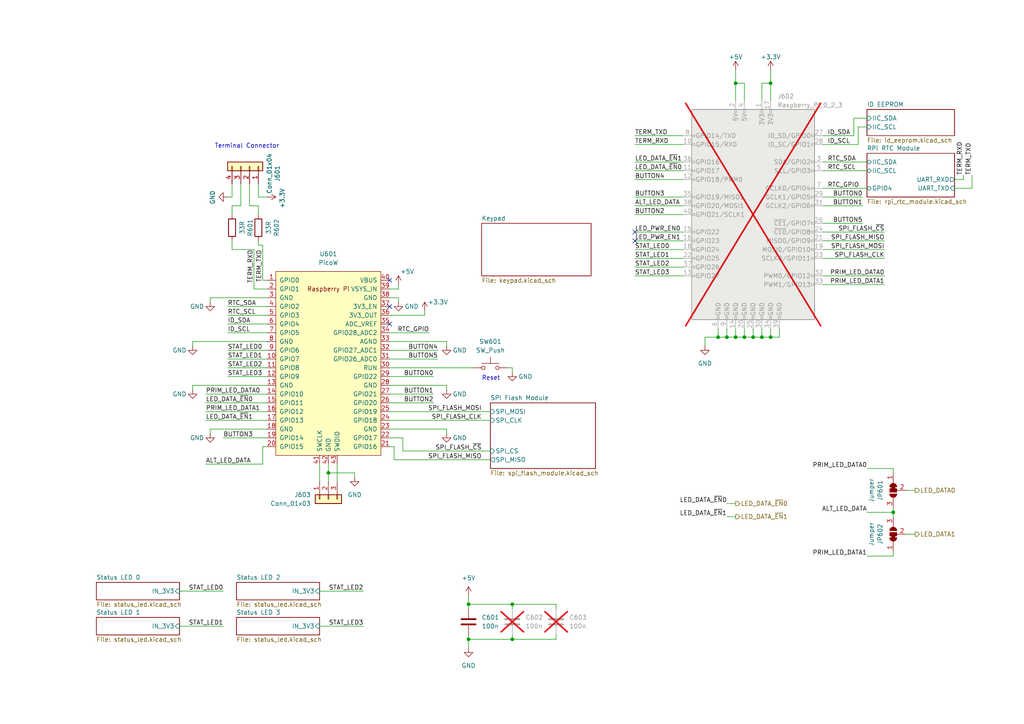
<source format=kicad_sch>
(kicad_sch (version 20230121) (generator eeschema)
  (paper "A4")
  (title_block (title "WS2812 Simple Controller") (date "2023-03-09") (company "Stefan Misik") (comment 1 "CPU "))
  (lib_symbols
    (symbol "Connector_Generic:Conn_01x03" (pin_names (offset 1.016) hide)
      (property "Reference" "J" (at 0 5.08 0))
      (property "Value" "Conn_01x03" (at 0 -5.08 0))
      (symbol "Conn_01x03_1_1"
        (rectangle (start -1.27 -2.413) (end 0 -2.667) (stroke (width 0.1524)))
        (rectangle (start -1.27 0.127) (end 0 -0.127) (stroke (width 0.1524)))
        (rectangle (start -1.27 2.667) (end 0 2.413) (stroke (width 0.1524)))
        (rectangle (start -1.27 3.81) (end 1.27 -3.81) (stroke (width 0.254)) (fill (type background)))
        (pin passive line (at -5.08 2.54 0) (length 3.81) (name "Pin_1") (number "1"))
        (pin passive line (at -5.08 0 0) (length 3.81) (name "Pin_2") (number "2"))
        (pin passive line (at -5.08 -2.54 0) (length 3.81) (name "Pin_3") (number "3"))
      )
    )
    (symbol "Connector_Generic:Conn_01x04" (pin_names (offset 1.016) hide)
      (property "Reference" "J" (at 0 5.08 0))
      (property "Value" "Conn_01x04" (at 0 -7.62 0))
      (symbol "Conn_01x04_1_1"
        (rectangle (start -1.27 -4.953) (end 0 -5.207) (stroke (width 0.1524)))
        (rectangle (start -1.27 -2.413) (end 0 -2.667) (stroke (width 0.1524)))
        (rectangle (start -1.27 0.127) (end 0 -0.127) (stroke (width 0.1524)))
        (rectangle (start -1.27 2.667) (end 0 2.413) (stroke (width 0.1524)))
        (rectangle (start -1.27 3.81) (end 1.27 -6.35) (stroke (width 0.254)) (fill (type background)))
        (pin passive line (at -5.08 2.54 0) (length 3.81) (name "Pin_1") (number "1"))
        (pin passive line (at -5.08 0 0) (length 3.81) (name "Pin_2") (number "2"))
        (pin passive line (at -5.08 -2.54 0) (length 3.81) (name "Pin_3") (number "3"))
        (pin passive line (at -5.08 -5.08 0) (length 3.81) (name "Pin_4") (number "4"))
      )
    )
    (symbol "Device:C" (pin_numbers hide) (pin_names (offset 0.254))
      (property "Reference" "C" (at 0.635 2.54 0))
      (property "Value" "C" (at 0.635 -2.54 0))
      (symbol "C_0_1"
        (polyline (pts (xy -2.032 -0.762) (xy 2.032 -0.762)) (stroke (width 0.508)))
        (polyline (pts (xy -2.032 0.762) (xy 2.032 0.762)) (stroke (width 0.508)))
      )
      (symbol "C_1_1"
        (pin passive line (at 0 3.81 270) (length 2.794) (name "~") (number "1"))
        (pin passive line (at 0 -3.81 90) (length 2.794) (name "~") (number "2"))
      )
    )
    (symbol "Device:R" (pin_numbers hide) (pin_names (offset 0))
      (property "Reference" "R" (at 2.032 0 90))
      (property "Value" "R" (at 0 0 90))
      (symbol "R_0_1"
        (rectangle (start -1.016 -2.54) (end 1.016 2.54) (stroke (width 0.254)))
      )
      (symbol "R_1_1"
        (pin passive line (at 0 3.81 270) (length 1.27) (name "~") (number "1"))
        (pin passive line (at 0 -3.81 90) (length 1.27) (name "~") (number "2"))
      )
    )
    (symbol "Jumper:SolderJumper_3_Bridged12" (pin_names (offset 0) hide)
      (property "Reference" "JP" (at -2.54 -2.54 0))
      (property "Value" "SolderJumper_3_Bridged12" (at 0 2.794 0))
      (symbol "SolderJumper_3_Bridged12_0_1"
        (rectangle (start -1.016 0.508) (end -0.508 -0.508) (fill (type outline)))
        (arc (start -1.016 1.016) (mid -2.0276 0) (end -1.016 -1.016))
        (arc (start -1.016 1.016) (mid -2.0276 0) (end -1.016 -1.016) (fill (type outline)))
        (rectangle (start -0.508 1.016) (end 0.508 -1.016) (fill (type outline)))
        (polyline (pts (xy -2.54 0) (xy -2.032 0)))
        (polyline (pts (xy -1.016 1.016) (xy -1.016 -1.016)))
        (polyline (pts (xy 0 -1.27) (xy 0 -1.016)))
        (polyline (pts (xy 1.016 1.016) (xy 1.016 -1.016)))
        (polyline (pts (xy 2.54 0) (xy 2.032 0)))
        (arc (start 1.016 -1.016) (mid 2.0276 0) (end 1.016 1.016))
        (arc (start 1.016 -1.016) (mid 2.0276 0) (end 1.016 1.016) (fill (type outline)))
      )
      (symbol "SolderJumper_3_Bridged12_1_1"
        (pin passive line (at -5.08 0 0) (length 2.54) (name "A") (number "1"))
        (pin passive line (at 0 -3.81 90) (length 2.54) (name "C") (number "2"))
        (pin passive line (at 5.08 0 180) (length 2.54) (name "B") (number "3"))
      )
    )
    (symbol "Switch:SW_Push" (pin_numbers hide) (pin_names (offset 1.016) hide)
      (property "Reference" "SW" (at 1.27 2.54 0))
      (property "Value" "SW_Push" (at 0 -1.524 0))
      (symbol "SW_Push_0_1"
        (circle (center -2.032 0) (radius 0.508))
        (polyline (pts (xy 0 1.27) (xy 0 3.048)))
        (polyline (pts (xy 2.54 1.27) (xy -2.54 1.27)))
        (circle (center 2.032 0) (radius 0.508))
        (pin passive line (at -5.08 0 0) (length 2.54) (name "1") (number "1"))
        (pin passive line (at 5.08 0 180) (length 2.54) (name "2") (number "2"))
      )
    )
    (symbol "my:Raspberry_Pi_0_2_3" (pin_names (offset 1.016))
      (property "Reference" "J" (at -17.78 31.75 0))
      (property "Value" "Raspberry_Pi_0_2_3" (at 10.16 -31.75 0))
      (symbol "Raspberry_Pi_0_2_3_0_1"
        (rectangle (start -17.78 30.48) (end 17.78 -30.48) (stroke (width 0.254)) (fill (type background)))
      )
      (symbol "Raspberry_Pi_0_2_3_1_1"
        (rectangle (start -16.891 -17.526) (end -17.78 -18.034))
        (rectangle (start -16.891 -14.986) (end -17.78 -15.494))
        (rectangle (start -16.891 -12.446) (end -17.78 -12.954))
        (rectangle (start -16.891 -9.906) (end -17.78 -10.414))
        (rectangle (start -16.891 -7.366) (end -17.78 -7.874))
        (rectangle (start -16.891 -4.826) (end -17.78 -5.334))
        (rectangle (start -16.891 0.254) (end -17.78 -0.254))
        (rectangle (start -16.891 2.794) (end -17.78 2.286))
        (rectangle (start -16.891 5.334) (end -17.78 4.826))
        (rectangle (start -16.891 10.414) (end -17.78 9.906))
        (rectangle (start -16.891 12.954) (end -17.78 12.446))
        (rectangle (start -16.891 15.494) (end -17.78 14.986))
        (rectangle (start -16.891 20.574) (end -17.78 20.066))
        (rectangle (start -16.891 23.114) (end -17.78 22.606))
        (rectangle (start -10.414 -29.591) (end -9.906 -30.48))
        (rectangle (start -7.874 -29.591) (end -7.366 -30.48))
        (rectangle (start -5.334 -29.591) (end -4.826 -30.48))
        (rectangle (start -5.334 30.48) (end -4.826 29.591))
        (rectangle (start -2.794 -29.591) (end -2.286 -30.48))
        (rectangle (start -2.794 30.48) (end -2.286 29.591))
        (rectangle (start -0.254 -29.591) (end 0.254 -30.48))
        (rectangle (start 2.286 -29.591) (end 2.794 -30.48))
        (rectangle (start 2.286 30.48) (end 2.794 29.591))
        (rectangle (start 4.826 -29.591) (end 5.334 -30.48))
        (rectangle (start 4.826 30.48) (end 5.334 29.591))
        (rectangle (start 7.366 -29.591) (end 7.874 -30.48))
        (rectangle (start 17.78 -20.066) (end 16.891 -20.574))
        (rectangle (start 17.78 -17.526) (end 16.891 -18.034))
        (rectangle (start 17.78 -12.446) (end 16.891 -12.954))
        (rectangle (start 17.78 -9.906) (end 16.891 -10.414))
        (rectangle (start 17.78 -7.366) (end 16.891 -7.874))
        (rectangle (start 17.78 -4.826) (end 16.891 -5.334))
        (rectangle (start 17.78 -2.286) (end 16.891 -2.794))
        (rectangle (start 17.78 2.794) (end 16.891 2.286))
        (rectangle (start 17.78 5.334) (end 16.891 4.826))
        (rectangle (start 17.78 7.874) (end 16.891 7.366))
        (rectangle (start 17.78 12.954) (end 16.891 12.446))
        (rectangle (start 17.78 15.494) (end 16.891 14.986))
        (rectangle (start 17.78 20.574) (end 16.891 20.066))
        (rectangle (start 17.78 23.114) (end 16.891 22.606))
        (pin power_in line (at 2.54 33.02 270) (length 2.54) (name "3V3") (number "1"))
        (pin bidirectional line (at -20.32 20.32 0) (length 2.54) (name "GPIO15/RXD") (number "10"))
        (pin bidirectional line (at -20.32 12.7 0) (length 2.54) (name "GPIO17") (number "11"))
        (pin bidirectional line (at -20.32 10.16 0) (length 2.54) (name "GPIO18/PWM0") (number "12"))
        (pin bidirectional line (at -20.32 -17.78 0) (length 2.54) (name "GPIO27") (number "13"))
        (pin power_in line (at -5.08 -33.02 90) (length 2.54) (name "GND") (number "14"))
        (pin bidirectional line (at -20.32 -5.08 0) (length 2.54) (name "GPIO22") (number "15"))
        (pin bidirectional line (at -20.32 -7.62 0) (length 2.54) (name "GPIO23") (number "16"))
        (pin power_in line (at 5.08 33.02 270) (length 2.54) (name "3V3") (number "17"))
        (pin bidirectional line (at -20.32 -10.16 0) (length 2.54) (name "GPIO24") (number "18"))
        (pin bidirectional line (at 20.32 -10.16 180) (length 2.54) (name "MOSI0/GPIO10") (number "19"))
        (pin power_in line (at -5.08 33.02 270) (length 2.54) (name "5V") (number "2"))
        (pin power_in line (at -2.54 -33.02 90) (length 2.54) (name "GND") (number "20"))
        (pin bidirectional line (at 20.32 -7.62 180) (length 2.54) (name "MISO0/GPIO9") (number "21"))
        (pin bidirectional line (at -20.32 -12.7 0) (length 2.54) (name "GPIO25") (number "22"))
        (pin bidirectional line (at 20.32 -12.7 180) (length 2.54) (name "SCLK0/GPIO11") (number "23"))
        (pin bidirectional line (at 20.32 -5.08 180) (length 2.54) (name "~{CE0}/GPIO8") (number "24"))
        (pin power_in line (at 0 -33.02 90) (length 2.54) (name "GND") (number "25"))
        (pin bidirectional line (at 20.32 -2.54 180) (length 2.54) (name "~{CE1}/GPIO7") (number "26"))
        (pin bidirectional line (at 20.32 22.86 180) (length 2.54) (name "ID_SD/GPIO0") (number "27"))
        (pin bidirectional line (at 20.32 20.32 180) (length 2.54) (name "ID_SC/GPIO1") (number "28"))
        (pin bidirectional line (at 20.32 5.08 180) (length 2.54) (name "GCLK1/GPIO5") (number "29"))
        (pin bidirectional line (at 20.32 15.24 180) (length 2.54) (name "SDA/GPIO2") (number "3"))
        (pin power_in line (at 2.54 -33.02 90) (length 2.54) (name "GND") (number "30"))
        (pin bidirectional line (at 20.32 2.54 180) (length 2.54) (name "GCLK2/GPIO6") (number "31"))
        (pin bidirectional line (at 20.32 -17.78 180) (length 2.54) (name "PWM0/GPIO12") (number "32"))
        (pin bidirectional line (at 20.32 -20.32 180) (length 2.54) (name "PWM1/GPIO13") (number "33"))
        (pin power_in line (at 5.08 -33.02 90) (length 2.54) (name "GND") (number "34"))
        (pin bidirectional line (at -20.32 5.08 0) (length 2.54) (name "GPIO19/MISO1") (number "35"))
        (pin bidirectional line (at -20.32 15.24 0) (length 2.54) (name "GPIO16") (number "36"))
        (pin bidirectional line (at -20.32 -15.24 0) (length 2.54) (name "GPIO26") (number "37"))
        (pin bidirectional line (at -20.32 2.54 0) (length 2.54) (name "GPIO20/MOSI1") (number "38"))
        (pin power_in line (at 7.62 -33.02 90) (length 2.54) (name "GND") (number "39"))
        (pin power_in line (at -2.54 33.02 270) (length 2.54) (name "5V") (number "4"))
        (pin bidirectional line (at -20.32 0 0) (length 2.54) (name "GPIO21/SCLK1") (number "40"))
        (pin bidirectional line (at 20.32 12.7 180) (length 2.54) (name "SCL/GPIO3") (number "5"))
        (pin power_in line (at -10.16 -33.02 90) (length 2.54) (name "GND") (number "6"))
        (pin bidirectional line (at 20.32 7.62 180) (length 2.54) (name "GCLK0/GPIO4") (number "7"))
        (pin bidirectional line (at -20.32 22.86 0) (length 2.54) (name "GPIO14/TXD") (number "8"))
        (pin power_in line (at -7.62 -33.02 90) (length 2.54) (name "GND") (number "9"))
      )
    )
    (symbol "power:+3.3V" (power) (pin_names (offset 0))
      (property "Value" "+3.3V" (at 0 3.556 0))
      (symbol "+3.3V_0_1"
        (polyline (pts (xy -0.762 1.27) (xy 0 2.54)))
        (polyline (pts (xy 0 0) (xy 0 2.54)))
        (polyline (pts (xy 0 2.54) (xy 0.762 1.27)))
      )
      (symbol "+3.3V_1_1"
        (pin power_in line (at 0 0 90) (length 0) hide (name "+3.3V") (number "1"))
      )
    )
    (symbol "power:+5V" (power) (pin_names (offset 0))
      (property "Value" "+5V" (at 0 3.556 0))
      (symbol "+5V_0_1"
        (polyline (pts (xy -0.762 1.27) (xy 0 2.54)))
        (polyline (pts (xy 0 0) (xy 0 2.54)))
        (polyline (pts (xy 0 2.54) (xy 0.762 1.27)))
      )
      (symbol "+5V_1_1"
        (pin power_in line (at 0 0 90) (length 0) hide (name "+5V") (number "1"))
      )
    )
    (symbol "power:GND" (power) (pin_names (offset 0))
      (property "Value" "GND" (at 0 -3.81 0))
      (symbol "GND_0_1"
        (polyline (pts (xy 0 0) (xy 0 -1.27) (xy 1.27 -1.27) (xy 0 -2.54) (xy -1.27 -1.27) (xy 0 -1.27)))
      )
      (symbol "GND_1_1"
        (pin power_in line (at 0 0 270) (length 0) hide (name "GND") (number "1"))
      )
    )
    (symbol "rp-pico:PicoW" (pin_names (offset 1.016))
      (property "Reference" "U" (at -13.97 27.94 0))
      (property "Value" "PicoW" (at 0 19.05 0))
      (symbol "PicoW_0_0"
        (text "Raspberry Pi" (at 0 21.59 0) (effects (font (size 1.27 1.27))))
      )
      (symbol "PicoW_0_1"
        (rectangle (start -15.24 26.67) (end 15.24 -26.67) (fill (type background)))
      )
      (symbol "PicoW_1_1"
        (pin bidirectional line (at -17.78 24.13 0) (length 2.54) (name "GPIO0") (number "1"))
        (pin bidirectional line (at -17.78 1.27 0) (length 2.54) (name "GPIO7") (number "10"))
        (pin bidirectional line (at -17.78 -1.27 0) (length 2.54) (name "GPIO8") (number "11"))
        (pin bidirectional line (at -17.78 -3.81 0) (length 2.54) (name "GPIO9") (number "12"))
        (pin power_in line (at -17.78 -6.35 0) (length 2.54) (name "GND") (number "13"))
        (pin bidirectional line (at -17.78 -8.89 0) (length 2.54) (name "GPIO10") (number "14"))
        (pin bidirectional line (at -17.78 -11.43 0) (length 2.54) (name "GPIO11") (number "15"))
        (pin bidirectional line (at -17.78 -13.97 0) (length 2.54) (name "GPIO12") (number "16"))
        (pin bidirectional line (at -17.78 -16.51 0) (length 2.54) (name "GPIO13") (number "17"))
        (pin power_in line (at -17.78 -19.05 0) (length 2.54) (name "GND") (number "18"))
        (pin bidirectional line (at -17.78 -21.59 0) (length 2.54) (name "GPIO14") (number "19"))
        (pin bidirectional line (at -17.78 21.59 0) (length 2.54) (name "GPIO1") (number "2"))
        (pin bidirectional line (at -17.78 -24.13 0) (length 2.54) (name "GPIO15") (number "20"))
        (pin bidirectional line (at 17.78 -24.13 180) (length 2.54) (name "GPIO16") (number "21"))
        (pin bidirectional line (at 17.78 -21.59 180) (length 2.54) (name "GPIO17") (number "22"))
        (pin power_in line (at 17.78 -19.05 180) (length 2.54) (name "GND") (number "23"))
        (pin bidirectional line (at 17.78 -16.51 180) (length 2.54) (name "GPIO18") (number "24"))
        (pin bidirectional line (at 17.78 -13.97 180) (length 2.54) (name "GPIO19") (number "25"))
        (pin bidirectional line (at 17.78 -11.43 180) (length 2.54) (name "GPIO20") (number "26"))
        (pin bidirectional line (at 17.78 -8.89 180) (length 2.54) (name "GPIO21") (number "27"))
        (pin power_in line (at 17.78 -6.35 180) (length 2.54) (name "GND") (number "28"))
        (pin bidirectional line (at 17.78 -3.81 180) (length 2.54) (name "GPIO22") (number "29"))
        (pin power_in line (at -17.78 19.05 0) (length 2.54) (name "GND") (number "3"))
        (pin input line (at 17.78 -1.27 180) (length 2.54) (name "RUN") (number "30"))
        (pin bidirectional line (at 17.78 1.27 180) (length 2.54) (name "GPIO26_ADC0") (number "31"))
        (pin bidirectional line (at 17.78 3.81 180) (length 2.54) (name "GPIO27_ADC1") (number "32"))
        (pin power_in line (at 17.78 6.35 180) (length 2.54) (name "AGND") (number "33"))
        (pin bidirectional line (at 17.78 8.89 180) (length 2.54) (name "GPIO28_ADC2") (number "34"))
        (pin unspecified line (at 17.78 11.43 180) (length 2.54) (name "ADC_VREF") (number "35"))
        (pin unspecified line (at 17.78 13.97 180) (length 2.54) (name "3V3") (number "36") (alternate "3V3_OUT" power_out line))
        (pin input line (at 17.78 16.51 180) (length 2.54) (name "3V3_EN") (number "37"))
        (pin bidirectional line (at 17.78 19.05 180) (length 2.54) (name "GND") (number "38"))
        (pin unspecified line (at 17.78 21.59 180) (length 2.54) (name "VSYS") (number "39") (alternate "VSYS_IN" power_in line))
        (pin bidirectional line (at -17.78 16.51 0) (length 2.54) (name "GPIO2") (number "4"))
        (pin unspecified line (at 17.78 24.13 180) (length 2.54) (name "VBUS") (number "40"))
        (pin input line (at -2.54 -29.21 90) (length 2.54) (name "SWCLK") (number "41"))
        (pin power_in line (at 0 -29.21 90) (length 2.54) (name "GND") (number "42"))
        (pin bidirectional line (at 2.54 -29.21 90) (length 2.54) (name "SWDIO") (number "43"))
        (pin bidirectional line (at -17.78 13.97 0) (length 2.54) (name "GPIO3") (number "5"))
        (pin bidirectional line (at -17.78 11.43 0) (length 2.54) (name "GPIO4") (number "6"))
        (pin bidirectional line (at -17.78 8.89 0) (length 2.54) (name "GPIO5") (number "7"))
        (pin power_in line (at -17.78 6.35 0) (length 2.54) (name "GND") (number "8"))
        (pin bidirectional line (at -17.78 3.81 0) (length 2.54) (name "GPIO6") (number "9"))
      )
    )
  )
  (junction (at 135.89 175.26))
  (junction (at 220.98 97.79))
  (junction (at 213.36 24.13))
  (junction (at 218.44 97.79))
  (junction (at 208.28 97.79))
  (junction (at 213.36 97.79))
  (junction (at 215.9 97.79))
  (junction (at 259.08 148.59))
  (junction (at 135.89 185.42))
  (junction (at 223.52 97.79))
  (junction (at 223.52 24.13))
  (junction (at 148.59 185.42))
  (junction (at 148.59 175.26))
  (junction (at 95.25 137.16))
  (junction (at 210.82 97.79))
  (no_connect (at 113.03 93.98))
  (no_connect (at 113.03 88.9))
  (no_connect (at 113.03 81.28))
  (no_connect (at 184.15 69.85))
  (no_connect (at 184.15 67.31))
  (wire (pts (xy 113.03 121.92) (xy 142.24 121.92)))
  (wire (pts (xy 147.32 106.68) (xy 148.59 106.68)))
  (wire (pts (xy 208.28 95.25) (xy 208.28 97.79)))
  (wire (pts (xy 220.98 97.79) (xy 223.52 97.79)))
  (wire (pts (xy 210.82 149.86) (xy 213.36 149.86)))
  (wire (pts (xy 279.4 50.8) (xy 279.4 52.07)))
  (wire (pts (xy 161.29 185.42) (xy 161.29 184.15)))
  (wire (pts (xy 72.39 53.34) (xy 72.39 59.69)))
  (wire (pts (xy 135.89 184.15) (xy 135.89 185.42)))
  (wire (pts (xy 66.04 96.52) (xy 77.47 96.52)))
  (wire (pts (xy 223.52 20.32) (xy 223.52 24.13)))
  (wire (pts (xy 113.03 99.06) (xy 129.54 99.06)))
  (wire (pts (xy 184.15 41.91) (xy 198.12 41.91)))
  (wire (pts (xy 60.96 87.63) (xy 60.96 86.36)))
  (wire (pts (xy 102.87 137.16) (xy 102.87 138.43)))
  (wire (pts (xy 215.9 95.25) (xy 215.9 97.79)))
  (wire (pts (xy 226.06 97.79) (xy 226.06 95.25)))
  (wire (pts (xy 198.12 62.23) (xy 184.15 62.23)))
  (wire (pts (xy 52.07 171.45) (xy 64.77 171.45)))
  (wire (pts (xy 281.94 54.61) (xy 276.86 54.61)))
  (wire (pts (xy 262.89 142.24) (xy 265.43 142.24)))
  (wire (pts (xy 77.47 91.44) (xy 66.04 91.44)))
  (wire (pts (xy 74.93 71.12) (xy 74.93 69.85)))
  (wire (pts (xy 55.88 99.06) (xy 77.47 99.06)))
  (wire (pts (xy 184.15 74.93) (xy 198.12 74.93)))
  (wire (pts (xy 135.89 185.42) (xy 148.59 185.42)))
  (wire (pts (xy 74.93 59.69) (xy 74.93 62.23)))
  (wire (pts (xy 238.76 46.99) (xy 251.46 46.99)))
  (wire (pts (xy 135.89 185.42) (xy 135.89 187.96)))
  (wire (pts (xy 113.03 104.14) (xy 127 104.14)))
  (wire (pts (xy 92.71 181.61) (xy 105.41 181.61)))
  (wire (pts (xy 115.57 86.36) (xy 113.03 86.36)))
  (wire (pts (xy 148.59 175.26) (xy 148.59 176.53)))
  (wire (pts (xy 59.69 114.3) (xy 77.47 114.3)))
  (wire (pts (xy 67.31 72.39) (xy 67.31 69.85)))
  (wire (pts (xy 73.66 83.82) (xy 77.47 83.82)))
  (wire (pts (xy 148.59 106.68) (xy 148.59 107.95)))
  (wire (pts (xy 247.65 34.29) (xy 247.65 39.37)))
  (wire (pts (xy 77.47 88.9) (xy 66.04 88.9)))
  (wire (pts (xy 114.3 133.35) (xy 142.24 133.35)))
  (wire (pts (xy 148.59 185.42) (xy 161.29 185.42)))
  (wire (pts (xy 259.08 160.02) (xy 259.08 161.29)))
  (wire (pts (xy 198.12 52.07) (xy 184.15 52.07)))
  (wire (pts (xy 247.65 39.37) (xy 238.76 39.37)))
  (wire (pts (xy 218.44 97.79) (xy 220.98 97.79)))
  (wire (pts (xy 259.08 147.32) (xy 259.08 148.59)))
  (wire (pts (xy 113.03 83.82) (xy 115.57 83.82)))
  (wire (pts (xy 215.9 24.13) (xy 215.9 29.21)))
  (wire (pts (xy 204.47 100.33) (xy 204.47 97.79)))
  (wire (pts (xy 238.76 82.55) (xy 256.54 82.55)))
  (wire (pts (xy 238.76 49.53) (xy 251.46 49.53)))
  (wire (pts (xy 220.98 24.13) (xy 223.52 24.13)))
  (wire (pts (xy 238.76 67.31) (xy 256.54 67.31)))
  (wire (pts (xy 210.82 146.05) (xy 213.36 146.05)))
  (wire (pts (xy 248.92 36.83) (xy 251.46 36.83)))
  (wire (pts (xy 223.52 95.25) (xy 223.52 97.79)))
  (wire (pts (xy 55.88 113.03) (xy 55.88 111.76)))
  (wire (pts (xy 76.2 134.62) (xy 76.2 129.54)))
  (wire (pts (xy 184.15 80.01) (xy 198.12 80.01)))
  (wire (pts (xy 116.84 130.81) (xy 116.84 127)))
  (wire (pts (xy 102.87 137.16) (xy 95.25 137.16)))
  (wire (pts (xy 238.76 59.69) (xy 250.19 59.69)))
  (wire (pts (xy 113.03 109.22) (xy 125.73 109.22)))
  (wire (pts (xy 60.96 124.46) (xy 77.47 124.46)))
  (wire (pts (xy 208.28 97.79) (xy 210.82 97.79)))
  (wire (pts (xy 113.03 114.3) (xy 125.73 114.3)))
  (wire (pts (xy 115.57 83.82) (xy 115.57 82.55)))
  (wire (pts (xy 66.04 109.22) (xy 77.47 109.22)))
  (wire (pts (xy 113.03 124.46) (xy 129.54 124.46)))
  (wire (pts (xy 184.15 59.69) (xy 198.12 59.69)))
  (wire (pts (xy 247.65 34.29) (xy 251.46 34.29)))
  (wire (pts (xy 259.08 161.29) (xy 251.46 161.29)))
  (wire (pts (xy 259.08 148.59) (xy 259.08 149.86)))
  (wire (pts (xy 115.57 87.63) (xy 115.57 86.36)))
  (wire (pts (xy 55.88 111.76) (xy 77.47 111.76)))
  (wire (pts (xy 238.76 57.15) (xy 250.19 57.15)))
  (wire (pts (xy 69.85 53.34) (xy 69.85 59.69)))
  (wire (pts (xy 238.76 64.77) (xy 250.19 64.77)))
  (wire (pts (xy 114.3 129.54) (xy 114.3 133.35)))
  (wire (pts (xy 213.36 20.32) (xy 213.36 24.13)))
  (wire (pts (xy 66.04 106.68) (xy 77.47 106.68)))
  (wire (pts (xy 129.54 125.73) (xy 129.54 124.46)))
  (wire (pts (xy 210.82 97.79) (xy 213.36 97.79)))
  (wire (pts (xy 67.31 59.69) (xy 67.31 62.23)))
  (wire (pts (xy 113.03 119.38) (xy 142.24 119.38)))
  (wire (pts (xy 59.69 116.84) (xy 77.47 116.84)))
  (wire (pts (xy 215.9 97.79) (xy 218.44 97.79)))
  (wire (pts (xy 135.89 175.26) (xy 148.59 175.26)))
  (wire (pts (xy 60.96 125.73) (xy 60.96 124.46)))
  (wire (pts (xy 184.15 72.39) (xy 198.12 72.39)))
  (wire (pts (xy 69.85 59.69) (xy 67.31 59.69)))
  (wire (pts (xy 76.2 71.12) (xy 74.93 71.12)))
  (wire (pts (xy 67.31 72.39) (xy 73.66 72.39)))
  (wire (pts (xy 259.08 135.89) (xy 251.46 135.89)))
  (wire (pts (xy 135.89 175.26) (xy 135.89 176.53)))
  (wire (pts (xy 77.47 127) (xy 64.77 127)))
  (wire (pts (xy 59.69 121.92) (xy 77.47 121.92)))
  (wire (pts (xy 238.76 80.01) (xy 256.54 80.01)))
  (wire (pts (xy 220.98 29.21) (xy 220.98 24.13)))
  (wire (pts (xy 72.39 59.69) (xy 74.93 59.69)))
  (wire (pts (xy 248.92 36.83) (xy 248.92 41.91)))
  (wire (pts (xy 238.76 69.85) (xy 256.54 69.85)))
  (wire (pts (xy 148.59 175.26) (xy 161.29 175.26)))
  (wire (pts (xy 184.15 69.85) (xy 198.12 69.85)))
  (wire (pts (xy 259.08 148.59) (xy 251.46 148.59)))
  (wire (pts (xy 148.59 185.42) (xy 148.59 184.15)))
  (wire (pts (xy 77.47 57.15) (xy 74.93 57.15)))
  (wire (pts (xy 248.92 41.91) (xy 238.76 41.91)))
  (wire (pts (xy 213.36 24.13) (xy 215.9 24.13)))
  (wire (pts (xy 92.71 134.62) (xy 92.71 139.7)))
  (wire (pts (xy 184.15 67.31) (xy 198.12 67.31)))
  (wire (pts (xy 116.84 127) (xy 113.03 127)))
  (wire (pts (xy 281.94 50.8) (xy 281.94 54.61)))
  (wire (pts (xy 60.96 86.36) (xy 77.47 86.36)))
  (wire (pts (xy 184.15 46.99) (xy 198.12 46.99)))
  (wire (pts (xy 66.04 104.14) (xy 77.47 104.14)))
  (wire (pts (xy 262.89 154.94) (xy 265.43 154.94)))
  (wire (pts (xy 67.31 53.34) (xy 67.31 57.15)))
  (wire (pts (xy 204.47 97.79) (xy 208.28 97.79)))
  (wire (pts (xy 238.76 54.61) (xy 251.46 54.61)))
  (wire (pts (xy 213.36 24.13) (xy 213.36 29.21)))
  (wire (pts (xy 123.19 91.44) (xy 113.03 91.44)))
  (wire (pts (xy 279.4 52.07) (xy 276.86 52.07)))
  (wire (pts (xy 92.71 171.45) (xy 105.41 171.45)))
  (wire (pts (xy 74.93 57.15) (xy 74.93 53.34)))
  (wire (pts (xy 113.03 111.76) (xy 129.54 111.76)))
  (wire (pts (xy 213.36 97.79) (xy 215.9 97.79)))
  (wire (pts (xy 67.31 57.15) (xy 66.04 57.15)))
  (wire (pts (xy 113.03 101.6) (xy 127 101.6)))
  (wire (pts (xy 184.15 39.37) (xy 198.12 39.37)))
  (wire (pts (xy 95.25 137.16) (xy 95.25 139.7)))
  (wire (pts (xy 218.44 95.25) (xy 218.44 97.79)))
  (wire (pts (xy 76.2 71.12) (xy 76.2 81.28)))
  (wire (pts (xy 238.76 74.93) (xy 256.54 74.93)))
  (wire (pts (xy 59.69 134.62) (xy 76.2 134.62)))
  (wire (pts (xy 123.19 90.17) (xy 123.19 91.44)))
  (wire (pts (xy 213.36 95.25) (xy 213.36 97.79)))
  (wire (pts (xy 142.24 130.81) (xy 116.84 130.81)))
  (wire (pts (xy 73.66 72.39) (xy 73.66 83.82)))
  (wire (pts (xy 135.89 172.72) (xy 135.89 175.26)))
  (wire (pts (xy 223.52 24.13) (xy 223.52 29.21)))
  (wire (pts (xy 113.03 116.84) (xy 125.73 116.84)))
  (wire (pts (xy 76.2 129.54) (xy 77.47 129.54)))
  (wire (pts (xy 223.52 97.79) (xy 226.06 97.79)))
  (wire (pts (xy 184.15 49.53) (xy 198.12 49.53)))
  (wire (pts (xy 184.15 77.47) (xy 198.12 77.47)))
  (wire (pts (xy 95.25 134.62) (xy 95.25 137.16)))
  (wire (pts (xy 66.04 93.98) (xy 77.47 93.98)))
  (wire (pts (xy 220.98 95.25) (xy 220.98 97.79)))
  (wire (pts (xy 129.54 100.33) (xy 129.54 99.06)))
  (wire (pts (xy 210.82 95.25) (xy 210.82 97.79)))
  (wire (pts (xy 113.03 96.52) (xy 124.46 96.52)))
  (wire (pts (xy 59.69 119.38) (xy 77.47 119.38)))
  (wire (pts (xy 129.54 113.03) (xy 129.54 111.76)))
  (wire (pts (xy 55.88 100.33) (xy 55.88 99.06)))
  (wire (pts (xy 161.29 175.26) (xy 161.29 176.53)))
  (wire (pts (xy 198.12 57.15) (xy 184.15 57.15)))
  (wire (pts (xy 52.07 181.61) (xy 64.77 181.61)))
  (wire (pts (xy 113.03 129.54) (xy 114.3 129.54)))
  (wire (pts (xy 259.08 135.89) (xy 259.08 137.16)))
  (wire (pts (xy 76.2 81.28) (xy 77.47 81.28)))
  (wire (pts (xy 238.76 72.39) (xy 256.54 72.39)))
  (wire (pts (xy 66.04 101.6) (xy 77.47 101.6)))
  (wire (pts (xy 113.03 106.68) (xy 137.16 106.68)))
  (wire (pts (xy 97.79 134.62) (xy 97.79 139.7)))
  (text "Reset" (at 139.7 110.49 0) (effects (font (size 1.27 1.27)) (justify left bottom)))
  (text "Terminal Connector" (at 62.23 43.18 0) (effects (font (size 1.27 1.27)) (justify left bottom)))
  (label "RTC_GPIO" (at 124.46 96.52 180))
  (label "SPI_FLASH_MISO" (at 139.7 133.35 180))
  (label "PRIM_LED_DATA0" (at 256.54 80.01 180))
  (label "RTC_SCL" (at 240.03 49.53 0))
  (label "STAT_LED3" (at 66.04 109.22 0))
  (label "SPI_FLASH_CLK" (at 139.7 121.92 180))
  (label "STAT_LED1" (at 66.04 104.14 0))
  (label "LED_DATA_~{EN}1" (at 210.82 149.86 180))
  (label "PRIM_LED_DATA1" (at 256.54 82.55 180))
  (label "STAT_LED0" (at 184.15 72.39 0))
  (label "ID_SDA" (at 240.03 39.37 0))
  (label "STAT_LED2" (at 105.41 171.45 180))
  (label "BUTTON2" (at 184.15 62.23 0))
  (label "STAT_LED1" (at 64.77 181.61 180))
  (label "STAT_LED1" (at 184.15 74.93 0))
  (label "SPI_FLASH_MOSI" (at 256.54 72.39 180))
  (label "PRIM_LED_DATA1" (at 251.46 161.29 180))
  (label "STAT_LED2" (at 66.04 106.68 0))
  (label "BUTTON1" (at 250.19 59.69 180))
  (label "SPI_FLASH_MISO" (at 256.54 69.85 180))
  (label "TERM_RXD" (at 73.66 72.39 270))
  (label "SPI_FLASH_MOSI" (at 139.7 119.38 180))
  (label "RTC_SDA" (at 66.04 88.9 0))
  (label "LED_PWR_EN0" (at 184.15 67.31 0))
  (label "RTC_GPIO" (at 240.03 54.61 0))
  (label "RTC_SDA" (at 240.03 46.99 0))
  (label "BUTTON3" (at 184.15 57.15 0))
  (label "TERM_TXD" (at 76.2 72.39 270))
  (label "STAT_LED3" (at 184.15 80.01 0))
  (label "LED_DATA_~{EN}1" (at 184.15 46.99 0))
  (label "SPI_FLASH_CLK" (at 256.54 74.93 180))
  (label "STAT_LED3" (at 105.41 181.61 180))
  (label "BUTTON3" (at 64.77 127 0))
  (label "BUTTON1" (at 125.73 114.3 180))
  (label "TERM_RXD" (at 279.4 50.8 90))
  (label "PRIM_LED_DATA0" (at 59.69 114.3 0))
  (label "ID_SCL" (at 240.03 41.91 0))
  (label "LED_DATA_~{EN}0" (at 184.15 49.53 0))
  (label "ID_SCL" (at 66.04 96.52 0))
  (label "LED_DATA_~{EN}0" (at 210.82 146.05 180))
  (label "ALT_LED_DATA" (at 59.69 134.62 0))
  (label "BUTTON5" (at 250.19 64.77 180))
  (label "BUTTON0" (at 250.19 57.15 180))
  (label "LED_DATA_~{EN}1" (at 59.69 121.92 0))
  (label "STAT_LED0" (at 66.04 101.6 0))
  (label "PRIM_LED_DATA1" (at 59.69 119.38 0))
  (label "RTC_SCL" (at 66.04 91.44 0))
  (label "SPI_FLASH_~{CS}" (at 256.54 67.31 180))
  (label "ID_SDA" (at 66.04 93.98 0))
  (label "BUTTON5" (at 127 104.14 180))
  (label "TERM_TXD" (at 281.94 50.8 90))
  (label "BUTTON0" (at 125.73 109.22 180))
  (label "STAT_LED2" (at 184.15 77.47 0))
  (label "PRIM_LED_DATA0" (at 251.46 135.89 180))
  (label "SPI_FLASH_~{CS}" (at 139.7 130.81 180))
  (label "ALT_LED_DATA" (at 184.15 59.69 0))
  (label "LED_DATA_~{EN}0" (at 59.69 116.84 0))
  (label "STAT_LED0" (at 64.77 171.45 180))
  (label "BUTTON4" (at 184.15 52.07 0))
  (label "BUTTON4" (at 127 101.6 180))
  (label "LED_PWR_EN1" (at 184.15 69.85 0))
  (label "TERM_TXD" (at 184.15 39.37 0))
  (label "TERM_RXD" (at 184.15 41.91 0))
  (label "BUTTON2" (at 125.73 116.84 180))
  (label "ALT_LED_DATA" (at 251.46 148.59 180))
  (hierarchical_label "LED_DATA_~{EN}0" (shape output) (at 213.36 146.05 0))
  (hierarchical_label "LED_DATA_~{EN}1" (shape output) (at 213.36 149.86 0))
  (hierarchical_label "LED_DATA1" (shape output) (at 265.43 154.94 0))
  (hierarchical_label "LED_DATA0" (shape output) (at 265.43 142.24 0))
  (symbol (lib_id "power:GND") (at 55.88 100.33 0) (unit 1)
    (property "Reference" "#PWR0609" (effects hide))
    (property "Value" "GND" (at 52.07 101.6 0))
  )
  (symbol (lib_id "Device:C") (at 161.29 180.34 0) (unit 1) (in_bom no) (dnp yes)
    (property "Reference" "C603" (at 165.1 179.07 0) (effects (justify left)))
    (property "Value" "100n" (at 165.1 181.61 0) (effects (justify left)))
    (property "Footprint" "Capacitor_SMD:C_0805_2012Metric_Pad1.18x1.45mm_HandSolder" (effects hide))
  )
  (symbol (lib_id "Device:R") (at 74.93 66.04 180) (unit 1)
    (property "Reference" "R602" (at 80.1878 66.04 90))
    (property "Value" "33R" (at 77.8764 66.04 90))
    (property "Footprint" "Resistor_SMD:R_0805_2012Metric_Pad1.20x1.40mm_HandSolder" (effects hide))
    (instances (project "simple_control" (path "" (reference "R602") (unit 1))) (project "control" (path "" (reference "R301") (unit 1))))
  )
  (symbol (lib_id "power:+5V") (at 115.57 82.55 0) (unit 1)
    (property "Reference" "#PWR0605" (effects hide))
    (property "Value" "+5V" (at 118.11 78.74 0))
  )
  (symbol (lib_id "power:+3.3V") (at 123.19 90.17 0) (unit 1)
    (property "Reference" "#PWR0608" (effects hide))
    (property "Value" "+3.3V" (at 127 87.63 0))
  )
  (symbol (lib_id "Connector_Generic:Conn_01x03") (at 95.25 144.78 90) (mirror x) (unit 1)
    (property "Reference" "J603" (at 90.17 143.51 90) (effects (justify left)))
    (property "Value" "Conn_01x03" (at 90.17 146.05 90) (effects (justify left)))
    (property "Footprint" "Connector_PinHeader_2.54mm:PinHeader_1x03_P2.54mm_Vertical" (effects hide))
  )
  (symbol (lib_id "Connector_Generic:Conn_01x04") (at 72.39 48.26 270) (mirror x) (unit 1)
    (property "Reference" "J601" (at 80.4418 50.3428 0))
    (property "Value" "Conn_01x04" (at 78.1304 50.3428 0))
    (property "Footprint" "Connector_PinHeader_2.54mm:PinHeader_1x04_P2.54mm_Vertical" (effects hide))
    (instances (project "simple_control" (path "" (reference "J601") (unit 1))) (project "control" (path "" (reference "J302") (unit 1))))
  )
  (symbol (lib_id "power:GND") (at 148.59 107.95 0) (unit 1)
    (property "Reference" "#PWR0614" (effects hide))
    (property "Value" "GND" (at 152.4 109.22 0))
  )
  (symbol (lib_id "power:GND") (at 129.54 125.73 0) (unit 1)
    (property "Reference" "#PWR0616" (effects hide))
    (property "Value" "GND" (at 133.35 127 0))
  )
  (symbol (lib_id "power:+3.3V") (at 77.47 57.15 270) (unit 1)
    (property "Reference" "#PWR0604" (effects hide))
    (property "Value" "+3.3V" (at 81.8642 57.531 0))
    (instances (project "simple_control" (path "" (reference "#PWR0604") (unit 1))) (project "control" (path "" (reference "#PWR0309") (unit 1))))
  )
  (symbol (lib_id "power:GND") (at 135.89 187.96 0) (unit 1)
    (property "Reference" "#PWR0619" (effects hide))
    (property "Value" "GND" (at 135.89 193.04 0))
  )
  (symbol (lib_id "power:+3.3V") (at 223.52 20.32 0) (unit 1)
    (property "Reference" "#PWR0602" (effects hide))
    (property "Value" "+3.3V" (at 223.52 16.51 0))
  )
  (symbol (lib_id "Device:C") (at 135.89 180.34 0) (unit 1)
    (property "Reference" "C601" (at 139.7 179.07 0) (effects (justify left)))
    (property "Value" "100n" (at 139.7 181.61 0) (effects (justify left)))
    (property "Footprint" "Capacitor_SMD:C_0805_2012Metric_Pad1.18x1.45mm_HandSolder" (effects hide))
  )
  (symbol (lib_id "power:GND") (at 115.57 87.63 0) (unit 1)
    (property "Reference" "#PWR0607" (effects hide))
    (property "Value" "GND" (at 119.38 88.9 0))
  )
  (symbol (lib_id "Jumper:SolderJumper_3_Bridged12") (at 259.08 154.94 90) (unit 1)
    (property "Reference" "JP602" (at 255.27 154.94 0))
    (property "Value" "Jumper" (at 252.73 154.94 0))
    (property "Footprint" "Jumper:SolderJumper-3_P1.3mm_Bridged12_RoundedPad1.0x1.5mm_NumberLabels" (effects hide))
  )
  (symbol (lib_id "power:GND") (at 204.47 100.33 0) (unit 1)
    (property "Reference" "#PWR0611" (effects hide))
    (property "Value" "GND" (at 204.47 105.41 0))
  )
  (symbol (lib_id "power:GND") (at 129.54 113.03 0) (unit 1)
    (property "Reference" "#PWR0613" (effects hide))
    (property "Value" "GND" (at 133.35 114.3 0))
  )
  (symbol (lib_id "Jumper:SolderJumper_3_Bridged12") (at 259.08 142.24 90) (mirror x) (unit 1)
    (property "Reference" "JP601" (at 255.27 142.24 0))
    (property "Value" "Jumper" (at 252.73 142.24 0))
    (property "Footprint" "Jumper:SolderJumper-3_P1.3mm_Bridged12_RoundedPad1.0x1.5mm_NumberLabels" (effects hide))
  )
  (symbol (lib_id "Device:C") (at 148.59 180.34 0) (unit 1) (in_bom no) (dnp yes)
    (property "Reference" "C602" (at 152.4 179.07 0) (effects (justify left)))
    (property "Value" "100n" (at 152.4 181.61 0) (effects (justify left)))
    (property "Footprint" "Capacitor_SMD:C_0805_2012Metric_Pad1.18x1.45mm_HandSolder" (effects hide))
  )
  (symbol (lib_id "Device:R") (at 67.31 66.04 180) (unit 1)
    (property "Reference" "R601" (at 72.5678 66.04 90))
    (property "Value" "33R" (at 70.2564 66.04 90))
    (property "Footprint" "Resistor_SMD:R_0805_2012Metric_Pad1.20x1.40mm_HandSolder" (effects hide))
    (instances (project "simple_control" (path "" (reference "R601") (unit 1))) (project "control" (path "" (reference "R302") (unit 1))))
  )
  (symbol (lib_id "power:+5V") (at 213.36 20.32 0) (unit 1)
    (property "Reference" "#PWR0601" (effects hide))
    (property "Value" "+5V" (at 213.36 16.51 0))
  )
  (symbol (lib_id "power:GND") (at 129.54 100.33 0) (unit 1)
    (property "Reference" "#PWR0610" (effects hide))
    (property "Value" "GND" (at 133.35 101.6 0))
  )
  (symbol (lib_id "power:GND") (at 102.87 138.43 0) (unit 1)
    (property "Reference" "#PWR0617" (effects hide))
    (property "Value" "GND" (at 102.87 143.51 0))
  )
  (symbol (lib_id "power:+5V") (at 135.89 172.72 0) (unit 1)
    (property "Reference" "#PWR0618" (effects hide))
    (property "Value" "+5V" (at 135.89 167.64 0))
  )
  (symbol (lib_id "rp-pico:PicoW") (at 95.25 105.41 0) (unit 1)
    (property "Reference" "U601" (at 95.25 73.66 0))
    (property "Value" "PicoW" (at 95.25 76.2 0))
    (property "Footprint" "rp-pico:RPi_PicoW_SMD_TH" (effects hide))
    (pin "36" (alternate "3V3_OUT"))
    (pin "39" (alternate "VSYS_IN"))
  )
  (symbol (lib_id "power:GND") (at 55.88 113.03 0) (unit 1)
    (property "Reference" "#PWR0612" (effects hide))
    (property "Value" "GND" (at 52.07 114.3 0))
  )
  (symbol (lib_id "power:GND") (at 60.96 125.73 0) (unit 1)
    (property "Reference" "#PWR0615" (effects hide))
    (property "Value" "GND" (at 57.15 127 0))
  )
  (symbol (lib_id "Switch:SW_Push") (at 142.24 106.68 0) (unit 1)
    (property "Reference" "SW601" (at 142.24 99.06 0))
    (property "Value" "SW_Push" (at 142.24 101.6 0))
    (property "Footprint" "Button_Switch_THT:SW_PUSH_6mm" (effects hide))
  )
  (symbol (lib_id "power:GND") (at 60.96 87.63 0) (unit 1)
    (property "Reference" "#PWR0606" (effects hide))
    (property "Value" "GND" (at 57.15 88.9 0))
  )
  (symbol (lib_id "my:Raspberry_Pi_0_2_3") (at 218.44 62.23 0) (unit 1) (in_bom no) (dnp yes)
    (property "Reference" "J602" (at 225.4759 27.94 0) (effects (justify left)))
    (property "Value" "Raspberry_Pi_0_2_3" (at 225.4759 30.48 0) (effects (justify left)))
    (property "Footprint" "my:Raspberry_Pi_Zero_Socketed_THT_FaceDown_MountingHoles_No_Courtyard" (effects hide))
    (property "Datasheet" "https://www.raspberrypi.org/documentation/hardware/raspberrypi/schematics/rpi_SCH_3bplus_1p0_reduced.pdf" (effects hide))
  )
  (symbol (lib_id "power:GND") (at 66.04 57.15 270) (unit 1)
    (property "Reference" "#PWR0603" (effects hide))
    (property "Value" "GND" (at 61.6458 57.277 0))
    (instances (project "simple_control" (path "" (reference "#PWR0603") (unit 1))) (project "control" (path "" (reference "#PWR0313") (unit 1))))
  )
  (sheet (at 251.46 44.45) (size 25.4 12.7) (stroke (width 0.1524))
    (property "Sheetname" "RPi RTC Module" (at 251.46 43.7384 0) (effects (justify left bottom)))
    (property "Sheetfile" "rpi_rtc_module.kicad_sch" (at 251.46 57.7346 0) (effects (justify left top)))
    (pin "UART_TXD" input (at 276.86 54.61 0))
    (pin "UART_RXD" output (at 276.86 52.07 0))
    (pin "IIC_SCL" bidirectional (at 251.46 49.53 180))
    (pin "GPIO4" bidirectional (at 251.46 54.61 180))
    (pin "IIC_SDA" bidirectional (at 251.46 46.99 180))
  )
  (sheet (at 142.24 116.84) (size 30.48 19.05) (stroke (width 0.1524))
    (property "Sheetname" "SPI Flash Module" (at 142.24 116.1284 0) (effects (justify left bottom)))
    (property "Sheetfile" "spi_flash_module.kicad_sch" (at 142.24 136.4746 0) (effects (justify left top)))
    (pin "SPI_CLK" input (at 142.24 121.92 180))
    (pin "SPI_MOSI" input (at 142.24 119.38 180))
    (pin "SPI_MISO" output (at 142.24 133.35 180))
    (pin "SPI_CS" input (at 142.24 130.81 180))
  )
  (sheet (at 27.94 179.07) (size 24.13 5.08) (stroke (width 0.1524))
    (property "Sheetname" "Status LED 1" (at 27.94 178.3584 0) (effects (justify left bottom)))
    (property "Sheetfile" "status_led.kicad_sch" (at 27.94 184.7346 0) (effects (justify left top)))
    (pin "IN_3V3" input (at 52.07 181.61 0))
  )
  (sheet (at 68.58 179.07) (size 24.13 5.08) (stroke (width 0.1524))
    (property "Sheetname" "Status LED 3" (at 68.58 178.3584 0) (effects (justify left bottom)))
    (property "Sheetfile" "status_led.kicad_sch" (at 68.58 184.7346 0) (effects (justify left top)))
    (pin "IN_3V3" input (at 92.71 181.61 0))
  )
  (sheet (at 27.94 168.91) (size 24.13 5.08) (stroke (width 0.1524))
    (property "Sheetname" "Status LED 0" (at 27.94 168.1984 0) (effects (justify left bottom)))
    (property "Sheetfile" "status_led.kicad_sch" (at 27.94 174.5746 0) (effects (justify left top)))
    (pin "IN_3V3" input (at 52.07 171.45 0))
  )
  (sheet (at 68.58 168.91) (size 24.13 5.08) (stroke (width 0.1524))
    (property "Sheetname" "Status LED 2" (at 68.58 168.1984 0) (effects (justify left bottom)))
    (property "Sheetfile" "status_led.kicad_sch" (at 68.58 174.5746 0) (effects (justify left top)))
    (pin "IN_3V3" input (at 92.71 171.45 0))
  )
  (sheet (at 251.46 31.75) (size 25.4 7.62) (stroke (width 0.1524))
    (property "Sheetname" "ID EEPROM" (at 251.46 31.0384 0) (effects (justify left bottom)))
    (property "Sheetfile" "id_eeprom.kicad_sch" (at 251.46 39.9546 0) (effects (justify left top)))
    (pin "IIC_SDA" input (at 251.46 34.29 180))
    (pin "IIC_SCL" input (at 251.46 36.83 180))
  )
  (sheet (at 139.7 64.77) (size 31.75 15.24) (stroke (width 0.1524))
    (property "Sheetname" "Keypad" (at 139.7 64.0584 0) (effects (justify left bottom)))
    (property "Sheetfile" "keypad.kicad_sch" (at 139.7 80.5946 0) (effects (justify left top)))
  )
)
</source>
